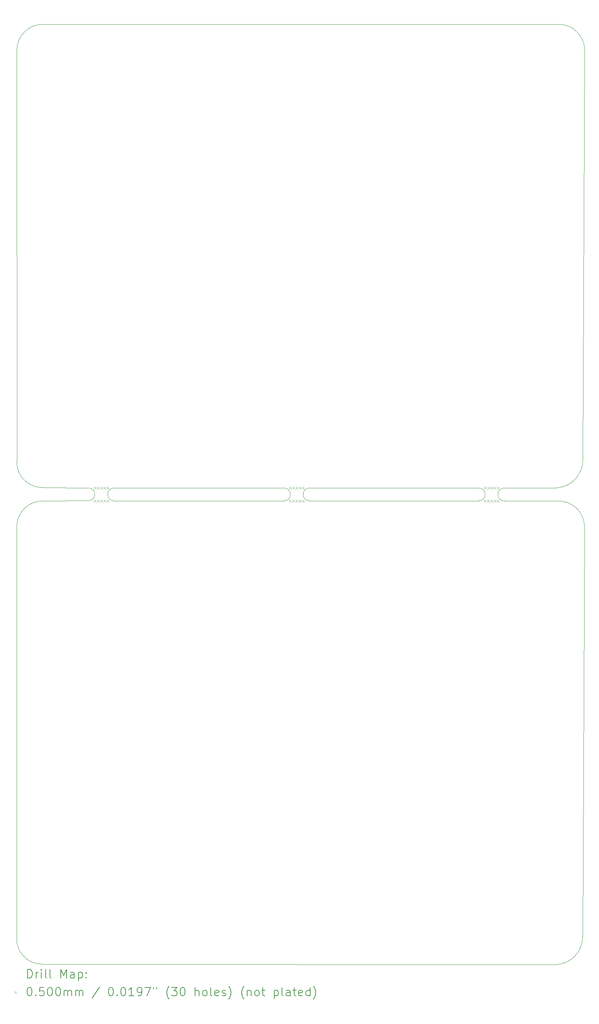
<source format=gbr>
%TF.GenerationSoftware,KiCad,Pcbnew,6.0.11-2627ca5db0~126~ubuntu20.04.1*%
%TF.CreationDate,2023-05-10T15:40:14+05:30*%
%TF.ProjectId,MVCU_F407,4d564355-5f46-4343-9037-2e6b69636164,rev?*%
%TF.SameCoordinates,Original*%
%TF.FileFunction,Drillmap*%
%TF.FilePolarity,Positive*%
%FSLAX45Y45*%
G04 Gerber Fmt 4.5, Leading zero omitted, Abs format (unit mm)*
G04 Created by KiCad (PCBNEW 6.0.11-2627ca5db0~126~ubuntu20.04.1) date 2023-05-10 15:40:14*
%MOMM*%
%LPD*%
G01*
G04 APERTURE LIST*
%ADD10C,0.050000*%
%ADD11C,0.120000*%
%ADD12C,0.200000*%
G04 APERTURE END LIST*
D10*
X16039000Y3119300D02*
X3974000Y3119300D01*
X16644700Y-8632300D02*
X16601800Y-18209500D01*
X14169300Y-7719500D02*
X10214300Y-7719500D01*
X14769300Y-7719500D02*
X15995700Y-7717500D01*
X5639300Y-8019500D02*
X9614300Y-8019500D01*
X9614300Y-7719500D02*
X5639300Y-7719500D01*
D11*
X14169300Y-8019500D02*
G75*
G03*
X14169300Y-7719500I0J150000D01*
G01*
D10*
X10214300Y-8019500D02*
X14169300Y-8019500D01*
D11*
X10214300Y-7719500D02*
G75*
G03*
X10214300Y-8019500I0J-150000D01*
G01*
D10*
X3970100Y-8022700D02*
G75*
G03*
X3360500Y-8632300I0J-609600D01*
G01*
X3365702Y-7067500D02*
G75*
G03*
X3965700Y-7707500I590368J-47780D01*
G01*
X15995700Y-7717499D02*
G75*
G03*
X16605700Y-7067500I-41310J649999D01*
G01*
X16648600Y2509700D02*
X16605700Y-7067500D01*
X3970100Y-8022700D02*
X5039300Y-8015500D01*
X3361802Y-18209500D02*
G75*
G03*
X3961800Y-18849500I590368J-47780D01*
G01*
X3361800Y-18209500D02*
X3360500Y-8632300D01*
D11*
X5639300Y-7719500D02*
G75*
G03*
X5639300Y-8019500I0J-150000D01*
G01*
D10*
X16644700Y-8632300D02*
G75*
G03*
X16035100Y-8022700I-609600J0D01*
G01*
X14769300Y-8019500D02*
X16035100Y-8022700D01*
X16648600Y2509700D02*
G75*
G03*
X16039000Y3119300I-609600J0D01*
G01*
X5039300Y-7719500D02*
X3965700Y-7707500D01*
X3974000Y3119300D02*
G75*
G03*
X3364400Y2509700I0J-609600D01*
G01*
X15991800Y-18859500D02*
X3961800Y-18849500D01*
D11*
X14769300Y-7719500D02*
G75*
G03*
X14769300Y-8019500I0J-150000D01*
G01*
D10*
X15991800Y-18859499D02*
G75*
G03*
X16601800Y-18209500I-41310J649999D01*
G01*
X3365700Y-7067500D02*
X3364400Y2509700D01*
D11*
X5039300Y-8015500D02*
G75*
G03*
X5039300Y-7719500I0J148000D01*
G01*
X9614300Y-8019500D02*
G75*
G03*
X9614300Y-7719500I0J150000D01*
G01*
D12*
D10*
X5161900Y-7694500D02*
X5211900Y-7744500D01*
X5211900Y-7694500D02*
X5161900Y-7744500D01*
X5161900Y-7994500D02*
X5211900Y-8044500D01*
X5211900Y-7994500D02*
X5161900Y-8044500D01*
X5239300Y-7694500D02*
X5289300Y-7744500D01*
X5289300Y-7694500D02*
X5239300Y-7744500D01*
X5239300Y-7994500D02*
X5289300Y-8044500D01*
X5289300Y-7994500D02*
X5239300Y-8044500D01*
X5314300Y-7694500D02*
X5364300Y-7744500D01*
X5364300Y-7694500D02*
X5314300Y-7744500D01*
X5314300Y-7994500D02*
X5364300Y-8044500D01*
X5364300Y-7994500D02*
X5314300Y-8044500D01*
X5389300Y-7994500D02*
X5439300Y-8044500D01*
X5439300Y-7994500D02*
X5389300Y-8044500D01*
X5390500Y-7694500D02*
X5440500Y-7744500D01*
X5440500Y-7694500D02*
X5390500Y-7744500D01*
X5465500Y-7694500D02*
X5515500Y-7744500D01*
X5515500Y-7694500D02*
X5465500Y-7744500D01*
X5465500Y-7994500D02*
X5515500Y-8044500D01*
X5515500Y-7994500D02*
X5465500Y-8044500D01*
X9736900Y-7694500D02*
X9786900Y-7744500D01*
X9786900Y-7694500D02*
X9736900Y-7744500D01*
X9736900Y-7994500D02*
X9786900Y-8044500D01*
X9786900Y-7994500D02*
X9736900Y-8044500D01*
X9814300Y-7694500D02*
X9864300Y-7744500D01*
X9864300Y-7694500D02*
X9814300Y-7744500D01*
X9814300Y-7994500D02*
X9864300Y-8044500D01*
X9864300Y-7994500D02*
X9814300Y-8044500D01*
X9889300Y-7694500D02*
X9939300Y-7744500D01*
X9939300Y-7694500D02*
X9889300Y-7744500D01*
X9889300Y-7994500D02*
X9939300Y-8044500D01*
X9939300Y-7994500D02*
X9889300Y-8044500D01*
X9964300Y-7994500D02*
X10014300Y-8044500D01*
X10014300Y-7994500D02*
X9964300Y-8044500D01*
X9965500Y-7694500D02*
X10015500Y-7744500D01*
X10015500Y-7694500D02*
X9965500Y-7744500D01*
X10040500Y-7694500D02*
X10090500Y-7744500D01*
X10090500Y-7694500D02*
X10040500Y-7744500D01*
X10040500Y-7994500D02*
X10090500Y-8044500D01*
X10090500Y-7994500D02*
X10040500Y-8044500D01*
X14291900Y-7694500D02*
X14341900Y-7744500D01*
X14341900Y-7694500D02*
X14291900Y-7744500D01*
X14291900Y-7994500D02*
X14341900Y-8044500D01*
X14341900Y-7994500D02*
X14291900Y-8044500D01*
X14369300Y-7694500D02*
X14419300Y-7744500D01*
X14419300Y-7694500D02*
X14369300Y-7744500D01*
X14369300Y-7994500D02*
X14419300Y-8044500D01*
X14419300Y-7994500D02*
X14369300Y-8044500D01*
X14444300Y-7694500D02*
X14494300Y-7744500D01*
X14494300Y-7694500D02*
X14444300Y-7744500D01*
X14444300Y-7994500D02*
X14494300Y-8044500D01*
X14494300Y-7994500D02*
X14444300Y-8044500D01*
X14519300Y-7994500D02*
X14569300Y-8044500D01*
X14569300Y-7994500D02*
X14519300Y-8044500D01*
X14520500Y-7694500D02*
X14570500Y-7744500D01*
X14570500Y-7694500D02*
X14520500Y-7744500D01*
X14595500Y-7694500D02*
X14645500Y-7744500D01*
X14645500Y-7694500D02*
X14595500Y-7744500D01*
X14595500Y-7994500D02*
X14645500Y-8044500D01*
X14645500Y-7994500D02*
X14595500Y-8044500D01*
D12*
X3614991Y-19172476D02*
X3614991Y-18972476D01*
X3662610Y-18972476D01*
X3691181Y-18982000D01*
X3710229Y-19001048D01*
X3719753Y-19020095D01*
X3729276Y-19058190D01*
X3729276Y-19086762D01*
X3719753Y-19124857D01*
X3710229Y-19143905D01*
X3691181Y-19162952D01*
X3662610Y-19172476D01*
X3614991Y-19172476D01*
X3814991Y-19172476D02*
X3814991Y-19039143D01*
X3814991Y-19077238D02*
X3824514Y-19058190D01*
X3834038Y-19048667D01*
X3853086Y-19039143D01*
X3872134Y-19039143D01*
X3938800Y-19172476D02*
X3938800Y-19039143D01*
X3938800Y-18972476D02*
X3929276Y-18982000D01*
X3938800Y-18991524D01*
X3948324Y-18982000D01*
X3938800Y-18972476D01*
X3938800Y-18991524D01*
X4062610Y-19172476D02*
X4043562Y-19162952D01*
X4034038Y-19143905D01*
X4034038Y-18972476D01*
X4167372Y-19172476D02*
X4148324Y-19162952D01*
X4138800Y-19143905D01*
X4138800Y-18972476D01*
X4395943Y-19172476D02*
X4395943Y-18972476D01*
X4462610Y-19115333D01*
X4529276Y-18972476D01*
X4529276Y-19172476D01*
X4710229Y-19172476D02*
X4710229Y-19067714D01*
X4700705Y-19048667D01*
X4681657Y-19039143D01*
X4643562Y-19039143D01*
X4624515Y-19048667D01*
X4710229Y-19162952D02*
X4691181Y-19172476D01*
X4643562Y-19172476D01*
X4624515Y-19162952D01*
X4614991Y-19143905D01*
X4614991Y-19124857D01*
X4624515Y-19105810D01*
X4643562Y-19096286D01*
X4691181Y-19096286D01*
X4710229Y-19086762D01*
X4805467Y-19039143D02*
X4805467Y-19239143D01*
X4805467Y-19048667D02*
X4824515Y-19039143D01*
X4862610Y-19039143D01*
X4881657Y-19048667D01*
X4891181Y-19058190D01*
X4900705Y-19077238D01*
X4900705Y-19134381D01*
X4891181Y-19153429D01*
X4881657Y-19162952D01*
X4862610Y-19172476D01*
X4824515Y-19172476D01*
X4805467Y-19162952D01*
X4986419Y-19153429D02*
X4995943Y-19162952D01*
X4986419Y-19172476D01*
X4976896Y-19162952D01*
X4986419Y-19153429D01*
X4986419Y-19172476D01*
X4986419Y-19048667D02*
X4995943Y-19058190D01*
X4986419Y-19067714D01*
X4976896Y-19058190D01*
X4986419Y-19048667D01*
X4986419Y-19067714D01*
D10*
X3307372Y-19477000D02*
X3357372Y-19527000D01*
X3357372Y-19477000D02*
X3307372Y-19527000D01*
D12*
X3653086Y-19392476D02*
X3672134Y-19392476D01*
X3691181Y-19402000D01*
X3700705Y-19411524D01*
X3710229Y-19430571D01*
X3719753Y-19468667D01*
X3719753Y-19516286D01*
X3710229Y-19554381D01*
X3700705Y-19573429D01*
X3691181Y-19582952D01*
X3672134Y-19592476D01*
X3653086Y-19592476D01*
X3634038Y-19582952D01*
X3624514Y-19573429D01*
X3614991Y-19554381D01*
X3605467Y-19516286D01*
X3605467Y-19468667D01*
X3614991Y-19430571D01*
X3624514Y-19411524D01*
X3634038Y-19402000D01*
X3653086Y-19392476D01*
X3805467Y-19573429D02*
X3814991Y-19582952D01*
X3805467Y-19592476D01*
X3795943Y-19582952D01*
X3805467Y-19573429D01*
X3805467Y-19592476D01*
X3995943Y-19392476D02*
X3900705Y-19392476D01*
X3891181Y-19487714D01*
X3900705Y-19478190D01*
X3919753Y-19468667D01*
X3967372Y-19468667D01*
X3986419Y-19478190D01*
X3995943Y-19487714D01*
X4005467Y-19506762D01*
X4005467Y-19554381D01*
X3995943Y-19573429D01*
X3986419Y-19582952D01*
X3967372Y-19592476D01*
X3919753Y-19592476D01*
X3900705Y-19582952D01*
X3891181Y-19573429D01*
X4129276Y-19392476D02*
X4148324Y-19392476D01*
X4167372Y-19402000D01*
X4176895Y-19411524D01*
X4186419Y-19430571D01*
X4195943Y-19468667D01*
X4195943Y-19516286D01*
X4186419Y-19554381D01*
X4176895Y-19573429D01*
X4167372Y-19582952D01*
X4148324Y-19592476D01*
X4129276Y-19592476D01*
X4110229Y-19582952D01*
X4100705Y-19573429D01*
X4091181Y-19554381D01*
X4081657Y-19516286D01*
X4081657Y-19468667D01*
X4091181Y-19430571D01*
X4100705Y-19411524D01*
X4110229Y-19402000D01*
X4129276Y-19392476D01*
X4319753Y-19392476D02*
X4338800Y-19392476D01*
X4357848Y-19402000D01*
X4367372Y-19411524D01*
X4376896Y-19430571D01*
X4386419Y-19468667D01*
X4386419Y-19516286D01*
X4376896Y-19554381D01*
X4367372Y-19573429D01*
X4357848Y-19582952D01*
X4338800Y-19592476D01*
X4319753Y-19592476D01*
X4300705Y-19582952D01*
X4291181Y-19573429D01*
X4281657Y-19554381D01*
X4272134Y-19516286D01*
X4272134Y-19468667D01*
X4281657Y-19430571D01*
X4291181Y-19411524D01*
X4300705Y-19402000D01*
X4319753Y-19392476D01*
X4472134Y-19592476D02*
X4472134Y-19459143D01*
X4472134Y-19478190D02*
X4481657Y-19468667D01*
X4500705Y-19459143D01*
X4529276Y-19459143D01*
X4548324Y-19468667D01*
X4557848Y-19487714D01*
X4557848Y-19592476D01*
X4557848Y-19487714D02*
X4567372Y-19468667D01*
X4586419Y-19459143D01*
X4614991Y-19459143D01*
X4634038Y-19468667D01*
X4643562Y-19487714D01*
X4643562Y-19592476D01*
X4738800Y-19592476D02*
X4738800Y-19459143D01*
X4738800Y-19478190D02*
X4748324Y-19468667D01*
X4767372Y-19459143D01*
X4795943Y-19459143D01*
X4814991Y-19468667D01*
X4824515Y-19487714D01*
X4824515Y-19592476D01*
X4824515Y-19487714D02*
X4834038Y-19468667D01*
X4853086Y-19459143D01*
X4881657Y-19459143D01*
X4900705Y-19468667D01*
X4910229Y-19487714D01*
X4910229Y-19592476D01*
X5300705Y-19382952D02*
X5129276Y-19640095D01*
X5557848Y-19392476D02*
X5576896Y-19392476D01*
X5595943Y-19402000D01*
X5605467Y-19411524D01*
X5614991Y-19430571D01*
X5624514Y-19468667D01*
X5624514Y-19516286D01*
X5614991Y-19554381D01*
X5605467Y-19573429D01*
X5595943Y-19582952D01*
X5576896Y-19592476D01*
X5557848Y-19592476D01*
X5538800Y-19582952D01*
X5529276Y-19573429D01*
X5519753Y-19554381D01*
X5510229Y-19516286D01*
X5510229Y-19468667D01*
X5519753Y-19430571D01*
X5529276Y-19411524D01*
X5538800Y-19402000D01*
X5557848Y-19392476D01*
X5710229Y-19573429D02*
X5719753Y-19582952D01*
X5710229Y-19592476D01*
X5700705Y-19582952D01*
X5710229Y-19573429D01*
X5710229Y-19592476D01*
X5843562Y-19392476D02*
X5862610Y-19392476D01*
X5881657Y-19402000D01*
X5891181Y-19411524D01*
X5900705Y-19430571D01*
X5910229Y-19468667D01*
X5910229Y-19516286D01*
X5900705Y-19554381D01*
X5891181Y-19573429D01*
X5881657Y-19582952D01*
X5862610Y-19592476D01*
X5843562Y-19592476D01*
X5824514Y-19582952D01*
X5814991Y-19573429D01*
X5805467Y-19554381D01*
X5795943Y-19516286D01*
X5795943Y-19468667D01*
X5805467Y-19430571D01*
X5814991Y-19411524D01*
X5824514Y-19402000D01*
X5843562Y-19392476D01*
X6100705Y-19592476D02*
X5986419Y-19592476D01*
X6043562Y-19592476D02*
X6043562Y-19392476D01*
X6024514Y-19421048D01*
X6005467Y-19440095D01*
X5986419Y-19449619D01*
X6195943Y-19592476D02*
X6234038Y-19592476D01*
X6253086Y-19582952D01*
X6262610Y-19573429D01*
X6281657Y-19544857D01*
X6291181Y-19506762D01*
X6291181Y-19430571D01*
X6281657Y-19411524D01*
X6272134Y-19402000D01*
X6253086Y-19392476D01*
X6214991Y-19392476D01*
X6195943Y-19402000D01*
X6186419Y-19411524D01*
X6176895Y-19430571D01*
X6176895Y-19478190D01*
X6186419Y-19497238D01*
X6195943Y-19506762D01*
X6214991Y-19516286D01*
X6253086Y-19516286D01*
X6272134Y-19506762D01*
X6281657Y-19497238D01*
X6291181Y-19478190D01*
X6357848Y-19392476D02*
X6491181Y-19392476D01*
X6405467Y-19592476D01*
X6557848Y-19392476D02*
X6557848Y-19430571D01*
X6634038Y-19392476D02*
X6634038Y-19430571D01*
X6929276Y-19668667D02*
X6919753Y-19659143D01*
X6900705Y-19630571D01*
X6891181Y-19611524D01*
X6881657Y-19582952D01*
X6872134Y-19535333D01*
X6872134Y-19497238D01*
X6881657Y-19449619D01*
X6891181Y-19421048D01*
X6900705Y-19402000D01*
X6919753Y-19373429D01*
X6929276Y-19363905D01*
X6986419Y-19392476D02*
X7110229Y-19392476D01*
X7043562Y-19468667D01*
X7072134Y-19468667D01*
X7091181Y-19478190D01*
X7100705Y-19487714D01*
X7110229Y-19506762D01*
X7110229Y-19554381D01*
X7100705Y-19573429D01*
X7091181Y-19582952D01*
X7072134Y-19592476D01*
X7014991Y-19592476D01*
X6995943Y-19582952D01*
X6986419Y-19573429D01*
X7234038Y-19392476D02*
X7253086Y-19392476D01*
X7272134Y-19402000D01*
X7281657Y-19411524D01*
X7291181Y-19430571D01*
X7300705Y-19468667D01*
X7300705Y-19516286D01*
X7291181Y-19554381D01*
X7281657Y-19573429D01*
X7272134Y-19582952D01*
X7253086Y-19592476D01*
X7234038Y-19592476D01*
X7214991Y-19582952D01*
X7205467Y-19573429D01*
X7195943Y-19554381D01*
X7186419Y-19516286D01*
X7186419Y-19468667D01*
X7195943Y-19430571D01*
X7205467Y-19411524D01*
X7214991Y-19402000D01*
X7234038Y-19392476D01*
X7538800Y-19592476D02*
X7538800Y-19392476D01*
X7624514Y-19592476D02*
X7624514Y-19487714D01*
X7614991Y-19468667D01*
X7595943Y-19459143D01*
X7567372Y-19459143D01*
X7548324Y-19468667D01*
X7538800Y-19478190D01*
X7748324Y-19592476D02*
X7729276Y-19582952D01*
X7719753Y-19573429D01*
X7710229Y-19554381D01*
X7710229Y-19497238D01*
X7719753Y-19478190D01*
X7729276Y-19468667D01*
X7748324Y-19459143D01*
X7776895Y-19459143D01*
X7795943Y-19468667D01*
X7805467Y-19478190D01*
X7814991Y-19497238D01*
X7814991Y-19554381D01*
X7805467Y-19573429D01*
X7795943Y-19582952D01*
X7776895Y-19592476D01*
X7748324Y-19592476D01*
X7929276Y-19592476D02*
X7910229Y-19582952D01*
X7900705Y-19563905D01*
X7900705Y-19392476D01*
X8081657Y-19582952D02*
X8062610Y-19592476D01*
X8024514Y-19592476D01*
X8005467Y-19582952D01*
X7995943Y-19563905D01*
X7995943Y-19487714D01*
X8005467Y-19468667D01*
X8024514Y-19459143D01*
X8062610Y-19459143D01*
X8081657Y-19468667D01*
X8091181Y-19487714D01*
X8091181Y-19506762D01*
X7995943Y-19525810D01*
X8167372Y-19582952D02*
X8186419Y-19592476D01*
X8224514Y-19592476D01*
X8243562Y-19582952D01*
X8253086Y-19563905D01*
X8253086Y-19554381D01*
X8243562Y-19535333D01*
X8224514Y-19525810D01*
X8195943Y-19525810D01*
X8176895Y-19516286D01*
X8167372Y-19497238D01*
X8167372Y-19487714D01*
X8176895Y-19468667D01*
X8195943Y-19459143D01*
X8224514Y-19459143D01*
X8243562Y-19468667D01*
X8319753Y-19668667D02*
X8329276Y-19659143D01*
X8348324Y-19630571D01*
X8357848Y-19611524D01*
X8367372Y-19582952D01*
X8376895Y-19535333D01*
X8376895Y-19497238D01*
X8367372Y-19449619D01*
X8357848Y-19421048D01*
X8348324Y-19402000D01*
X8329276Y-19373429D01*
X8319753Y-19363905D01*
X8681657Y-19668667D02*
X8672134Y-19659143D01*
X8653086Y-19630571D01*
X8643562Y-19611524D01*
X8634038Y-19582952D01*
X8624515Y-19535333D01*
X8624515Y-19497238D01*
X8634038Y-19449619D01*
X8643562Y-19421048D01*
X8653086Y-19402000D01*
X8672134Y-19373429D01*
X8681657Y-19363905D01*
X8757848Y-19459143D02*
X8757848Y-19592476D01*
X8757848Y-19478190D02*
X8767372Y-19468667D01*
X8786419Y-19459143D01*
X8814991Y-19459143D01*
X8834038Y-19468667D01*
X8843562Y-19487714D01*
X8843562Y-19592476D01*
X8967372Y-19592476D02*
X8948324Y-19582952D01*
X8938800Y-19573429D01*
X8929276Y-19554381D01*
X8929276Y-19497238D01*
X8938800Y-19478190D01*
X8948324Y-19468667D01*
X8967372Y-19459143D01*
X8995943Y-19459143D01*
X9014991Y-19468667D01*
X9024515Y-19478190D01*
X9034038Y-19497238D01*
X9034038Y-19554381D01*
X9024515Y-19573429D01*
X9014991Y-19582952D01*
X8995943Y-19592476D01*
X8967372Y-19592476D01*
X9091181Y-19459143D02*
X9167372Y-19459143D01*
X9119753Y-19392476D02*
X9119753Y-19563905D01*
X9129276Y-19582952D01*
X9148324Y-19592476D01*
X9167372Y-19592476D01*
X9386419Y-19459143D02*
X9386419Y-19659143D01*
X9386419Y-19468667D02*
X9405467Y-19459143D01*
X9443562Y-19459143D01*
X9462610Y-19468667D01*
X9472134Y-19478190D01*
X9481657Y-19497238D01*
X9481657Y-19554381D01*
X9472134Y-19573429D01*
X9462610Y-19582952D01*
X9443562Y-19592476D01*
X9405467Y-19592476D01*
X9386419Y-19582952D01*
X9595943Y-19592476D02*
X9576896Y-19582952D01*
X9567372Y-19563905D01*
X9567372Y-19392476D01*
X9757848Y-19592476D02*
X9757848Y-19487714D01*
X9748324Y-19468667D01*
X9729276Y-19459143D01*
X9691181Y-19459143D01*
X9672134Y-19468667D01*
X9757848Y-19582952D02*
X9738800Y-19592476D01*
X9691181Y-19592476D01*
X9672134Y-19582952D01*
X9662610Y-19563905D01*
X9662610Y-19544857D01*
X9672134Y-19525810D01*
X9691181Y-19516286D01*
X9738800Y-19516286D01*
X9757848Y-19506762D01*
X9824515Y-19459143D02*
X9900705Y-19459143D01*
X9853086Y-19392476D02*
X9853086Y-19563905D01*
X9862610Y-19582952D01*
X9881657Y-19592476D01*
X9900705Y-19592476D01*
X10043562Y-19582952D02*
X10024515Y-19592476D01*
X9986419Y-19592476D01*
X9967372Y-19582952D01*
X9957848Y-19563905D01*
X9957848Y-19487714D01*
X9967372Y-19468667D01*
X9986419Y-19459143D01*
X10024515Y-19459143D01*
X10043562Y-19468667D01*
X10053086Y-19487714D01*
X10053086Y-19506762D01*
X9957848Y-19525810D01*
X10224515Y-19592476D02*
X10224515Y-19392476D01*
X10224515Y-19582952D02*
X10205467Y-19592476D01*
X10167372Y-19592476D01*
X10148324Y-19582952D01*
X10138800Y-19573429D01*
X10129276Y-19554381D01*
X10129276Y-19497238D01*
X10138800Y-19478190D01*
X10148324Y-19468667D01*
X10167372Y-19459143D01*
X10205467Y-19459143D01*
X10224515Y-19468667D01*
X10300705Y-19668667D02*
X10310229Y-19659143D01*
X10329276Y-19630571D01*
X10338800Y-19611524D01*
X10348324Y-19582952D01*
X10357848Y-19535333D01*
X10357848Y-19497238D01*
X10348324Y-19449619D01*
X10338800Y-19421048D01*
X10329276Y-19402000D01*
X10310229Y-19373429D01*
X10300705Y-19363905D01*
M02*

</source>
